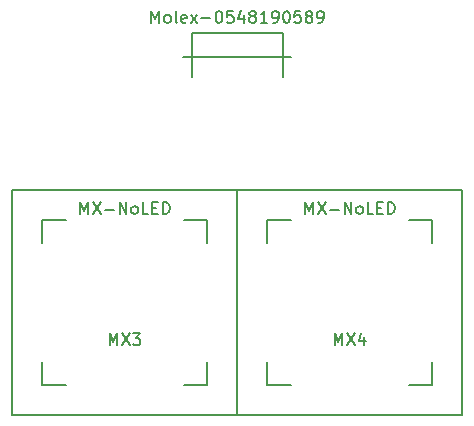
<source format=gbr>
G04 #@! TF.GenerationSoftware,KiCad,Pcbnew,(5.1.4)-1*
G04 #@! TF.CreationDate,2023-01-16T00:03:53+01:00*
G04 #@! TF.ProjectId,2ButtonKeyboardPCB,32427574-746f-46e4-9b65-79626f617264,rev?*
G04 #@! TF.SameCoordinates,Original*
G04 #@! TF.FileFunction,Drawing*
%FSLAX46Y46*%
G04 Gerber Fmt 4.6, Leading zero omitted, Abs format (unit mm)*
G04 Created by KiCad (PCBNEW (5.1.4)-1) date 2023-01-16 00:03:53*
%MOMM*%
%LPD*%
G04 APERTURE LIST*
%ADD10C,0.150000*%
G04 APERTURE END LIST*
D10*
X170656250Y-78581250D02*
X170656250Y-59531250D01*
X189706250Y-78581250D02*
X170656250Y-78581250D01*
X189706250Y-59531250D02*
X189706250Y-78581250D01*
X170656250Y-59531250D02*
X189706250Y-59531250D01*
X173181250Y-62056250D02*
X173181250Y-64056250D01*
X175181250Y-62056250D02*
X173181250Y-62056250D01*
X173181250Y-76056250D02*
X175181250Y-76056250D01*
X173181250Y-74056250D02*
X173181250Y-76056250D01*
X187181250Y-76056250D02*
X187181250Y-74056250D01*
X185181250Y-76056250D02*
X187181250Y-76056250D01*
X187181250Y-62056250D02*
X187181250Y-64056250D01*
X185181250Y-62056250D02*
X187181250Y-62056250D01*
X151606250Y-78581250D02*
X151606250Y-59531250D01*
X170656250Y-78581250D02*
X151606250Y-78581250D01*
X170656250Y-59531250D02*
X170656250Y-78581250D01*
X151606250Y-59531250D02*
X170656250Y-59531250D01*
X154131250Y-62056250D02*
X154131250Y-64056250D01*
X156131250Y-62056250D02*
X154131250Y-62056250D01*
X154131250Y-76056250D02*
X156131250Y-76056250D01*
X154131250Y-74056250D02*
X154131250Y-76056250D01*
X168131250Y-76056250D02*
X168131250Y-74056250D01*
X166131250Y-76056250D02*
X168131250Y-76056250D01*
X168131250Y-62056250D02*
X168131250Y-64056250D01*
X166131250Y-62056250D02*
X168131250Y-62056250D01*
X166806250Y-46256250D02*
X166806250Y-50006250D01*
X174506250Y-46256250D02*
X174506250Y-50006250D01*
X166084250Y-48256250D02*
X175228250Y-48256250D01*
X166806250Y-46256250D02*
X174506250Y-46256250D01*
X178895535Y-72683630D02*
X178895535Y-71683630D01*
X179228869Y-72397916D01*
X179562202Y-71683630D01*
X179562202Y-72683630D01*
X179943154Y-71683630D02*
X180609821Y-72683630D01*
X180609821Y-71683630D02*
X179943154Y-72683630D01*
X181419345Y-72016964D02*
X181419345Y-72683630D01*
X181181250Y-71636011D02*
X180943154Y-72350297D01*
X181562202Y-72350297D01*
X176419345Y-61571130D02*
X176419345Y-60571130D01*
X176752678Y-61285416D01*
X177086011Y-60571130D01*
X177086011Y-61571130D01*
X177466964Y-60571130D02*
X178133630Y-61571130D01*
X178133630Y-60571130D02*
X177466964Y-61571130D01*
X178514583Y-61190178D02*
X179276488Y-61190178D01*
X179752678Y-61571130D02*
X179752678Y-60571130D01*
X180324107Y-61571130D01*
X180324107Y-60571130D01*
X180943154Y-61571130D02*
X180847916Y-61523511D01*
X180800297Y-61475892D01*
X180752678Y-61380654D01*
X180752678Y-61094940D01*
X180800297Y-60999702D01*
X180847916Y-60952083D01*
X180943154Y-60904464D01*
X181086011Y-60904464D01*
X181181250Y-60952083D01*
X181228869Y-60999702D01*
X181276488Y-61094940D01*
X181276488Y-61380654D01*
X181228869Y-61475892D01*
X181181250Y-61523511D01*
X181086011Y-61571130D01*
X180943154Y-61571130D01*
X182181250Y-61571130D02*
X181705059Y-61571130D01*
X181705059Y-60571130D01*
X182514583Y-61047321D02*
X182847916Y-61047321D01*
X182990773Y-61571130D02*
X182514583Y-61571130D01*
X182514583Y-60571130D01*
X182990773Y-60571130D01*
X183419345Y-61571130D02*
X183419345Y-60571130D01*
X183657440Y-60571130D01*
X183800297Y-60618750D01*
X183895535Y-60713988D01*
X183943154Y-60809226D01*
X183990773Y-60999702D01*
X183990773Y-61142559D01*
X183943154Y-61333035D01*
X183895535Y-61428273D01*
X183800297Y-61523511D01*
X183657440Y-61571130D01*
X183419345Y-61571130D01*
X159845535Y-72683630D02*
X159845535Y-71683630D01*
X160178869Y-72397916D01*
X160512202Y-71683630D01*
X160512202Y-72683630D01*
X160893154Y-71683630D02*
X161559821Y-72683630D01*
X161559821Y-71683630D02*
X160893154Y-72683630D01*
X161845535Y-71683630D02*
X162464583Y-71683630D01*
X162131250Y-72064583D01*
X162274107Y-72064583D01*
X162369345Y-72112202D01*
X162416964Y-72159821D01*
X162464583Y-72255059D01*
X162464583Y-72493154D01*
X162416964Y-72588392D01*
X162369345Y-72636011D01*
X162274107Y-72683630D01*
X161988392Y-72683630D01*
X161893154Y-72636011D01*
X161845535Y-72588392D01*
X157369345Y-61571130D02*
X157369345Y-60571130D01*
X157702678Y-61285416D01*
X158036011Y-60571130D01*
X158036011Y-61571130D01*
X158416964Y-60571130D02*
X159083630Y-61571130D01*
X159083630Y-60571130D02*
X158416964Y-61571130D01*
X159464583Y-61190178D02*
X160226488Y-61190178D01*
X160702678Y-61571130D02*
X160702678Y-60571130D01*
X161274107Y-61571130D01*
X161274107Y-60571130D01*
X161893154Y-61571130D02*
X161797916Y-61523511D01*
X161750297Y-61475892D01*
X161702678Y-61380654D01*
X161702678Y-61094940D01*
X161750297Y-60999702D01*
X161797916Y-60952083D01*
X161893154Y-60904464D01*
X162036011Y-60904464D01*
X162131250Y-60952083D01*
X162178869Y-60999702D01*
X162226488Y-61094940D01*
X162226488Y-61380654D01*
X162178869Y-61475892D01*
X162131250Y-61523511D01*
X162036011Y-61571130D01*
X161893154Y-61571130D01*
X163131250Y-61571130D02*
X162655059Y-61571130D01*
X162655059Y-60571130D01*
X163464583Y-61047321D02*
X163797916Y-61047321D01*
X163940773Y-61571130D02*
X163464583Y-61571130D01*
X163464583Y-60571130D01*
X163940773Y-60571130D01*
X164369345Y-61571130D02*
X164369345Y-60571130D01*
X164607440Y-60571130D01*
X164750297Y-60618750D01*
X164845535Y-60713988D01*
X164893154Y-60809226D01*
X164940773Y-60999702D01*
X164940773Y-61142559D01*
X164893154Y-61333035D01*
X164845535Y-61428273D01*
X164750297Y-61523511D01*
X164607440Y-61571130D01*
X164369345Y-61571130D01*
X163394345Y-45378630D02*
X163394345Y-44378630D01*
X163727678Y-45092916D01*
X164061011Y-44378630D01*
X164061011Y-45378630D01*
X164680059Y-45378630D02*
X164584821Y-45331011D01*
X164537202Y-45283392D01*
X164489583Y-45188154D01*
X164489583Y-44902440D01*
X164537202Y-44807202D01*
X164584821Y-44759583D01*
X164680059Y-44711964D01*
X164822916Y-44711964D01*
X164918154Y-44759583D01*
X164965773Y-44807202D01*
X165013392Y-44902440D01*
X165013392Y-45188154D01*
X164965773Y-45283392D01*
X164918154Y-45331011D01*
X164822916Y-45378630D01*
X164680059Y-45378630D01*
X165584821Y-45378630D02*
X165489583Y-45331011D01*
X165441964Y-45235773D01*
X165441964Y-44378630D01*
X166346726Y-45331011D02*
X166251488Y-45378630D01*
X166061011Y-45378630D01*
X165965773Y-45331011D01*
X165918154Y-45235773D01*
X165918154Y-44854821D01*
X165965773Y-44759583D01*
X166061011Y-44711964D01*
X166251488Y-44711964D01*
X166346726Y-44759583D01*
X166394345Y-44854821D01*
X166394345Y-44950059D01*
X165918154Y-45045297D01*
X166727678Y-45378630D02*
X167251488Y-44711964D01*
X166727678Y-44711964D02*
X167251488Y-45378630D01*
X167632440Y-44997678D02*
X168394345Y-44997678D01*
X169061011Y-44378630D02*
X169156250Y-44378630D01*
X169251488Y-44426250D01*
X169299107Y-44473869D01*
X169346726Y-44569107D01*
X169394345Y-44759583D01*
X169394345Y-44997678D01*
X169346726Y-45188154D01*
X169299107Y-45283392D01*
X169251488Y-45331011D01*
X169156250Y-45378630D01*
X169061011Y-45378630D01*
X168965773Y-45331011D01*
X168918154Y-45283392D01*
X168870535Y-45188154D01*
X168822916Y-44997678D01*
X168822916Y-44759583D01*
X168870535Y-44569107D01*
X168918154Y-44473869D01*
X168965773Y-44426250D01*
X169061011Y-44378630D01*
X170299107Y-44378630D02*
X169822916Y-44378630D01*
X169775297Y-44854821D01*
X169822916Y-44807202D01*
X169918154Y-44759583D01*
X170156250Y-44759583D01*
X170251488Y-44807202D01*
X170299107Y-44854821D01*
X170346726Y-44950059D01*
X170346726Y-45188154D01*
X170299107Y-45283392D01*
X170251488Y-45331011D01*
X170156250Y-45378630D01*
X169918154Y-45378630D01*
X169822916Y-45331011D01*
X169775297Y-45283392D01*
X171203869Y-44711964D02*
X171203869Y-45378630D01*
X170965773Y-44331011D02*
X170727678Y-45045297D01*
X171346726Y-45045297D01*
X171870535Y-44807202D02*
X171775297Y-44759583D01*
X171727678Y-44711964D01*
X171680059Y-44616726D01*
X171680059Y-44569107D01*
X171727678Y-44473869D01*
X171775297Y-44426250D01*
X171870535Y-44378630D01*
X172061011Y-44378630D01*
X172156250Y-44426250D01*
X172203869Y-44473869D01*
X172251488Y-44569107D01*
X172251488Y-44616726D01*
X172203869Y-44711964D01*
X172156250Y-44759583D01*
X172061011Y-44807202D01*
X171870535Y-44807202D01*
X171775297Y-44854821D01*
X171727678Y-44902440D01*
X171680059Y-44997678D01*
X171680059Y-45188154D01*
X171727678Y-45283392D01*
X171775297Y-45331011D01*
X171870535Y-45378630D01*
X172061011Y-45378630D01*
X172156250Y-45331011D01*
X172203869Y-45283392D01*
X172251488Y-45188154D01*
X172251488Y-44997678D01*
X172203869Y-44902440D01*
X172156250Y-44854821D01*
X172061011Y-44807202D01*
X173203869Y-45378630D02*
X172632440Y-45378630D01*
X172918154Y-45378630D02*
X172918154Y-44378630D01*
X172822916Y-44521488D01*
X172727678Y-44616726D01*
X172632440Y-44664345D01*
X173680059Y-45378630D02*
X173870535Y-45378630D01*
X173965773Y-45331011D01*
X174013392Y-45283392D01*
X174108630Y-45140535D01*
X174156250Y-44950059D01*
X174156250Y-44569107D01*
X174108630Y-44473869D01*
X174061011Y-44426250D01*
X173965773Y-44378630D01*
X173775297Y-44378630D01*
X173680059Y-44426250D01*
X173632440Y-44473869D01*
X173584821Y-44569107D01*
X173584821Y-44807202D01*
X173632440Y-44902440D01*
X173680059Y-44950059D01*
X173775297Y-44997678D01*
X173965773Y-44997678D01*
X174061011Y-44950059D01*
X174108630Y-44902440D01*
X174156250Y-44807202D01*
X174775297Y-44378630D02*
X174870535Y-44378630D01*
X174965773Y-44426250D01*
X175013392Y-44473869D01*
X175061011Y-44569107D01*
X175108630Y-44759583D01*
X175108630Y-44997678D01*
X175061011Y-45188154D01*
X175013392Y-45283392D01*
X174965773Y-45331011D01*
X174870535Y-45378630D01*
X174775297Y-45378630D01*
X174680059Y-45331011D01*
X174632440Y-45283392D01*
X174584821Y-45188154D01*
X174537202Y-44997678D01*
X174537202Y-44759583D01*
X174584821Y-44569107D01*
X174632440Y-44473869D01*
X174680059Y-44426250D01*
X174775297Y-44378630D01*
X176013392Y-44378630D02*
X175537202Y-44378630D01*
X175489583Y-44854821D01*
X175537202Y-44807202D01*
X175632440Y-44759583D01*
X175870535Y-44759583D01*
X175965773Y-44807202D01*
X176013392Y-44854821D01*
X176061011Y-44950059D01*
X176061011Y-45188154D01*
X176013392Y-45283392D01*
X175965773Y-45331011D01*
X175870535Y-45378630D01*
X175632440Y-45378630D01*
X175537202Y-45331011D01*
X175489583Y-45283392D01*
X176632440Y-44807202D02*
X176537202Y-44759583D01*
X176489583Y-44711964D01*
X176441964Y-44616726D01*
X176441964Y-44569107D01*
X176489583Y-44473869D01*
X176537202Y-44426250D01*
X176632440Y-44378630D01*
X176822916Y-44378630D01*
X176918154Y-44426250D01*
X176965773Y-44473869D01*
X177013392Y-44569107D01*
X177013392Y-44616726D01*
X176965773Y-44711964D01*
X176918154Y-44759583D01*
X176822916Y-44807202D01*
X176632440Y-44807202D01*
X176537202Y-44854821D01*
X176489583Y-44902440D01*
X176441964Y-44997678D01*
X176441964Y-45188154D01*
X176489583Y-45283392D01*
X176537202Y-45331011D01*
X176632440Y-45378630D01*
X176822916Y-45378630D01*
X176918154Y-45331011D01*
X176965773Y-45283392D01*
X177013392Y-45188154D01*
X177013392Y-44997678D01*
X176965773Y-44902440D01*
X176918154Y-44854821D01*
X176822916Y-44807202D01*
X177489583Y-45378630D02*
X177680059Y-45378630D01*
X177775297Y-45331011D01*
X177822916Y-45283392D01*
X177918154Y-45140535D01*
X177965773Y-44950059D01*
X177965773Y-44569107D01*
X177918154Y-44473869D01*
X177870535Y-44426250D01*
X177775297Y-44378630D01*
X177584821Y-44378630D01*
X177489583Y-44426250D01*
X177441964Y-44473869D01*
X177394345Y-44569107D01*
X177394345Y-44807202D01*
X177441964Y-44902440D01*
X177489583Y-44950059D01*
X177584821Y-44997678D01*
X177775297Y-44997678D01*
X177870535Y-44950059D01*
X177918154Y-44902440D01*
X177965773Y-44807202D01*
M02*

</source>
